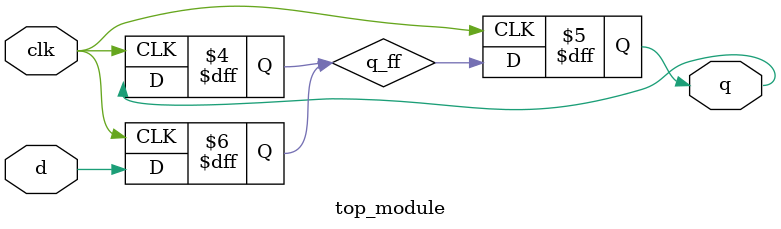
<source format=sv>
module top_module(
    input clk,
    input d,
    output reg q);
    
    reg q_ff;

    always @(posedge clk) begin
        q_ff <= d;
    end

    always @(posedge clk) begin
        q <= q_ff;
    end

    always @(negedge clk) begin
        q_ff <= q;
    end

endmodule

</source>
